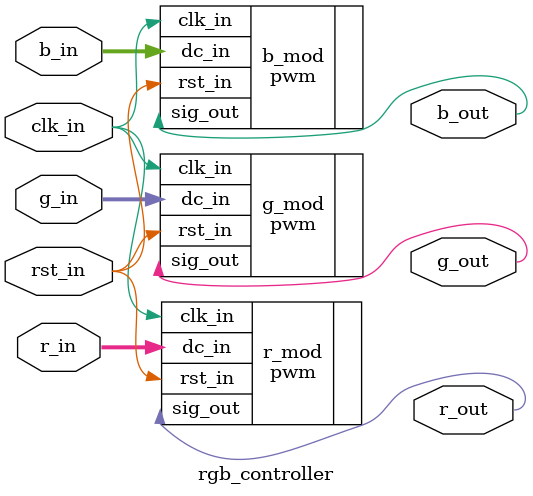
<source format=sv>
module rgb_controller(  
    input wire clk_in,
    input wire rst_in,
    input wire [7:0] r_in,
    input wire [7:0] g_in,
    input wire [7:0] b_in,
    output logic r_out,
    output logic g_out,
    output logic b_out);

    pwm r_mod(
        .clk_in(clk_in),
        .rst_in(rst_in),
        .dc_in(r_in),
        .sig_out(r_out));

    pwm g_mod(
        .clk_in(clk_in),
        .rst_in(rst_in),
        .dc_in(g_in),
        .sig_out(g_out));

    pwm b_mod(
        .clk_in(clk_in),
        .rst_in(rst_in),
        .dc_in(b_in),
        .sig_out(b_out));

endmodule
</source>
